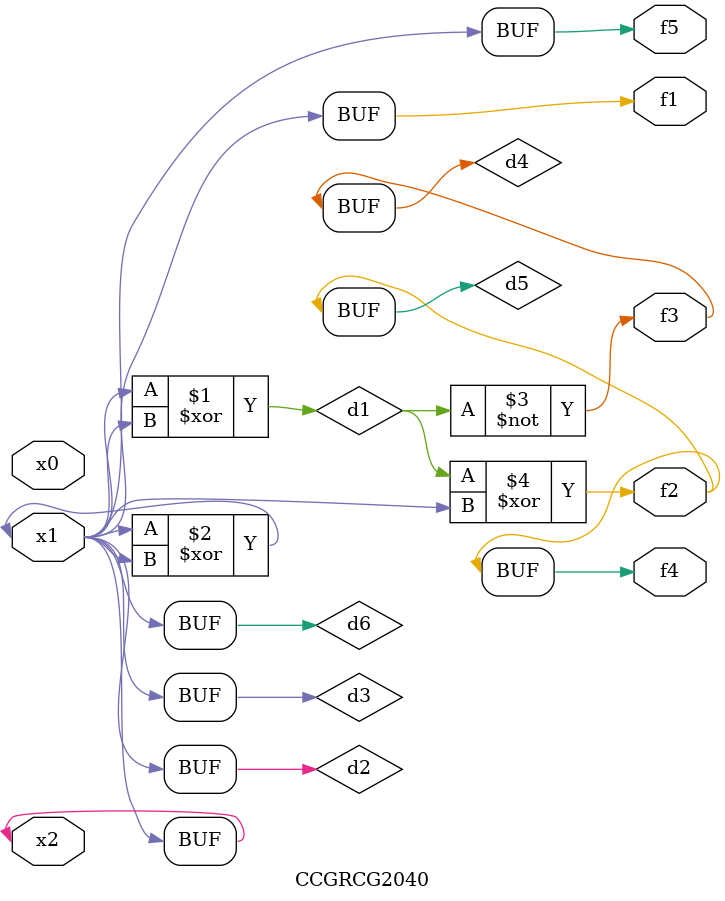
<source format=v>
module CCGRCG2040(
	input x0, x1, x2,
	output f1, f2, f3, f4, f5
);

	wire d1, d2, d3, d4, d5, d6;

	xor (d1, x1, x2);
	buf (d2, x1, x2);
	xor (d3, x1, x2);
	nor (d4, d1);
	xor (d5, d1, d2);
	buf (d6, d2, d3);
	assign f1 = d6;
	assign f2 = d5;
	assign f3 = d4;
	assign f4 = d5;
	assign f5 = d6;
endmodule

</source>
